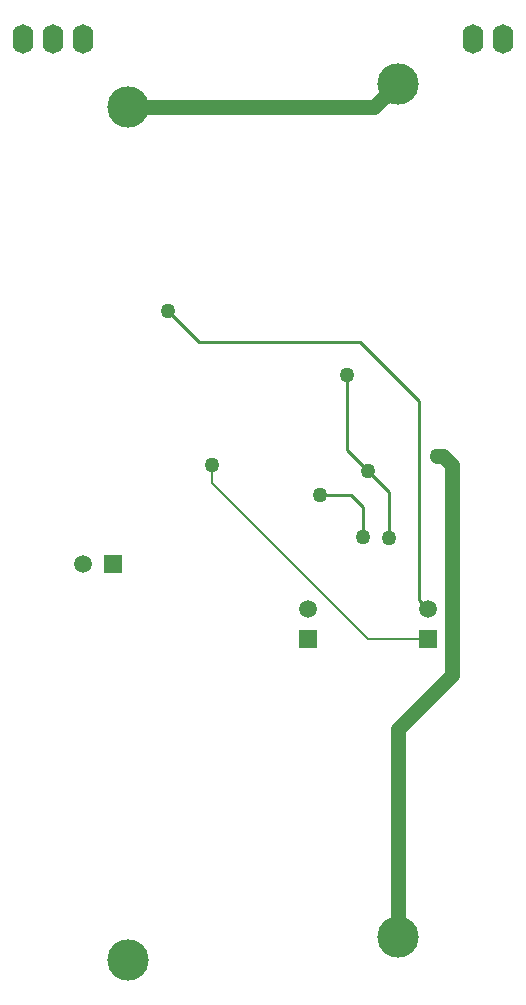
<source format=gbr>
%TF.GenerationSoftware,Altium Limited,Altium Designer,20.0.13 (296)*%
G04 Layer_Physical_Order=2*
G04 Layer_Color=16711680*
%FSLAX26Y26*%
%MOIN*%
%TF.FileFunction,Copper,L2,Bot,Signal*%
%TF.Part,Single*%
G01*
G75*
%TA.AperFunction,Conductor*%
%ADD18C,0.008000*%
%ADD19C,0.010000*%
%ADD20C,0.050000*%
%TA.AperFunction,ComponentPad*%
%ADD21C,0.059055*%
%ADD22R,0.059055X0.059055*%
%ADD23O,0.068898X0.098425*%
%ADD24R,0.059055X0.059055*%
%ADD25C,0.137795*%
%TA.AperFunction,ViaPad*%
%ADD26C,0.050000*%
D18*
X730000Y1720000D02*
X1250000Y1200000D01*
X730000Y1720000D02*
Y1780000D01*
X1250000Y1200000D02*
X1450000D01*
D19*
X1180000Y1828902D02*
Y2080000D01*
Y1828902D02*
X1250000Y1758902D01*
X1320000Y1539000D02*
Y1688902D01*
X1319000Y1538000D02*
X1320000Y1539000D01*
X1250000Y1758902D02*
X1320000Y1688902D01*
X1250000Y1758902D02*
Y1758902D01*
X1090000Y1680000D02*
X1193000D01*
X1234000Y1639000D01*
X686000Y2189000D02*
X1224000D01*
X1420000Y1993000D01*
X583000Y2292000D02*
X686000Y2189000D01*
X1420000Y1330000D02*
X1450000Y1300000D01*
X1420000Y1330000D02*
Y1993000D01*
X1234000Y1540000D02*
Y1639000D01*
D20*
X1350000Y207327D02*
Y900000D01*
X1271019Y2971653D02*
X1350000Y3050634D01*
X450000Y2971653D02*
X1271019D01*
X1530000Y1080000D02*
Y1780711D01*
X1480000Y1810000D02*
X1500711D01*
X1530000Y1780711D01*
X1350000Y900000D02*
X1530000Y1080000D01*
D21*
X1450000Y1300000D02*
D03*
X1050000D02*
D03*
X300000Y1450000D02*
D03*
D22*
X1450000Y1200000D02*
D03*
X1050000D02*
D03*
D23*
X100000Y3200000D02*
D03*
X200000D02*
D03*
X300000D02*
D03*
X1600000D02*
D03*
X1700000D02*
D03*
D24*
X400000Y1450000D02*
D03*
D25*
X1350000Y3050634D02*
D03*
Y207327D02*
D03*
X450000Y128346D02*
D03*
Y2971653D02*
D03*
D26*
X730000Y1780000D02*
D03*
X1250000Y1758902D02*
D03*
X1090000Y1680000D02*
D03*
X1180000Y2080000D02*
D03*
X1480000Y1810000D02*
D03*
X1234000Y1540000D02*
D03*
X1319000Y1538000D02*
D03*
X583000Y2292000D02*
D03*
%TF.MD5,dda73139a6f3954a1169133f6e4ab440*%
M02*

</source>
